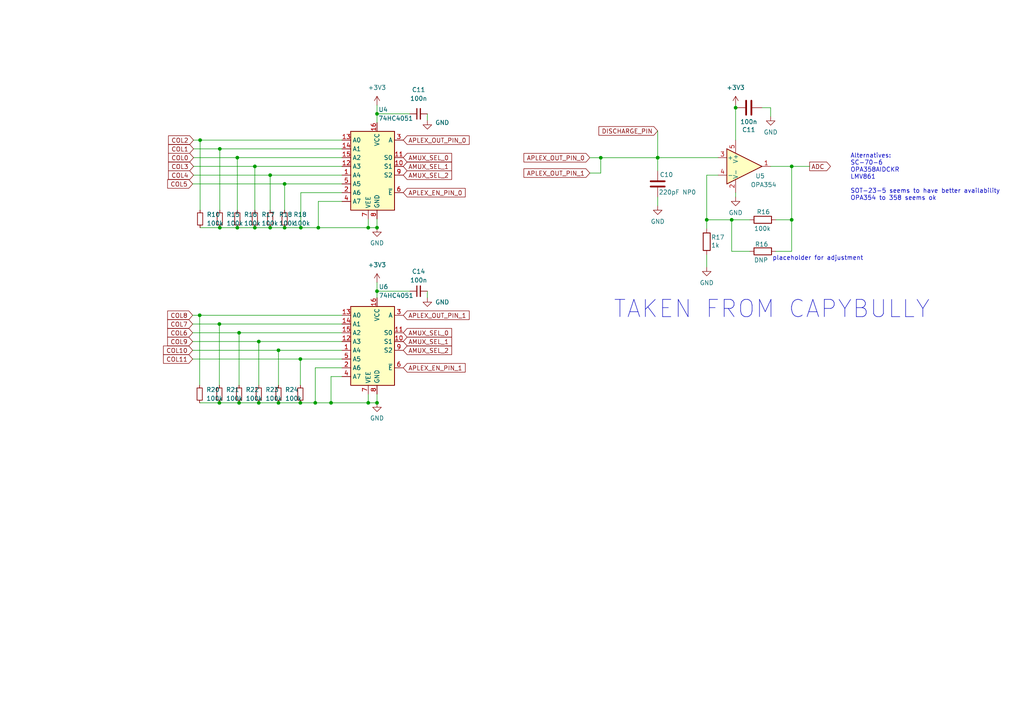
<source format=kicad_sch>
(kicad_sch (version 20230121) (generator eeschema)
  (paper "A4")
  (lib_symbols
    (symbol "74xx:74HC4051"
      (property "Reference" "U" (at -5.08 11.43 0))
      (property "Value" "74HC4051" (at -7.62 -13.97 0))
      (symbol "74HC4051_0_1"
        (rectangle (start -5.08 10.16) (end 7.62 -12.7) (stroke (width 0.254)) (fill (type background)))
      )
      (symbol "74HC4051_1_1"
        (pin passive line (at 10.16 -2.54 180) (length 2.54) (name "A4") (number "1"))
        (pin input line (at -7.62 0 0) (length 2.54) (name "S1") (number "10"))
        (pin input line (at -7.62 2.54 0) (length 2.54) (name "S0") (number "11"))
        (pin passive line (at 10.16 0 180) (length 2.54) (name "A3") (number "12"))
        (pin passive line (at 10.16 7.62 180) (length 2.54) (name "A0") (number "13"))
        (pin passive line (at 10.16 5.08 180) (length 2.54) (name "A1") (number "14"))
        (pin passive line (at 10.16 2.54 180) (length 2.54) (name "A2") (number "15"))
        (pin power_in line (at 0 12.7 270) (length 2.54) (name "VCC") (number "16"))
        (pin passive line (at 10.16 -7.62 180) (length 2.54) (name "A6") (number "2"))
        (pin passive line (at -7.62 7.62 0) (length 2.54) (name "A") (number "3"))
        (pin passive line (at 10.16 -10.16 180) (length 2.54) (name "A7") (number "4"))
        (pin passive line (at 10.16 -5.08 180) (length 2.54) (name "A5") (number "5"))
        (pin input line (at -7.62 -7.62 0) (length 2.54) (name "~{E}") (number "6"))
        (pin power_in line (at 2.54 -15.24 90) (length 2.54) (name "VEE") (number "7"))
        (pin power_in line (at 0 -15.24 90) (length 2.54) (name "GND") (number "8"))
        (pin input line (at -7.62 -2.54 0) (length 2.54) (name "S2") (number "9"))
      )
    )
    (symbol "Amplifier_Operational:OPA340NA" (pin_names (offset 0.127))
      (property "Reference" "U" (at -1.27 6.35 0))
      (property "Value" "OPA340NA" (at -1.27 3.81 0))
      (symbol "OPA340NA_0_1"
        (polyline (pts (xy -5.08 5.08) (xy 5.08 0) (xy -5.08 -5.08) (xy -5.08 5.08)) (stroke (width 0.254)) (fill (type background)))
        (pin power_in line (at -2.54 -7.62 90) (length 3.81) (name "V-") (number "2"))
        (pin power_in line (at -2.54 7.62 270) (length 3.81) (name "V+") (number "5"))
      )
      (symbol "OPA340NA_1_1"
        (pin output line (at 7.62 0 180) (length 2.54) (name "~") (number "1"))
        (pin input line (at -7.62 2.54 0) (length 2.54) (name "+") (number "3"))
        (pin input line (at -7.62 -2.54 0) (length 2.54) (name "-") (number "4"))
      )
    )
    (symbol "Device:C" (pin_numbers hide) (pin_names (offset 0.254))
      (property "Reference" "C" (at 0.635 2.54 0))
      (property "Value" "C" (at 0.635 -2.54 0))
      (symbol "C_0_1"
        (polyline (pts (xy -2.032 -0.762) (xy 2.032 -0.762)) (stroke (width 0.508)))
        (polyline (pts (xy -2.032 0.762) (xy 2.032 0.762)) (stroke (width 0.508)))
      )
      (symbol "C_1_1"
        (pin passive line (at 0 3.81 270) (length 2.794) (name "~") (number "1"))
        (pin passive line (at 0 -3.81 90) (length 2.794) (name "~") (number "2"))
      )
    )
    (symbol "Device:C_Small" (pin_numbers hide) (pin_names (offset 0.254) hide)
      (property "Reference" "C" (at 0.254 1.778 0))
      (property "Value" "C_Small" (at 0.254 -2.032 0))
      (symbol "C_Small_0_1"
        (polyline (pts (xy -1.524 -0.508) (xy 1.524 -0.508)) (stroke (width 0.3302)))
        (polyline (pts (xy -1.524 0.508) (xy 1.524 0.508)) (stroke (width 0.3048)))
      )
      (symbol "C_Small_1_1"
        (pin passive line (at 0 2.54 270) (length 2.032) (name "~") (number "1"))
        (pin passive line (at 0 -2.54 90) (length 2.032) (name "~") (number "2"))
      )
    )
    (symbol "Device:R" (pin_numbers hide) (pin_names (offset 0))
      (property "Reference" "R" (at 2.032 0 90))
      (property "Value" "R" (at 0 0 90))
      (symbol "R_0_1"
        (rectangle (start -1.016 -2.54) (end 1.016 2.54) (stroke (width 0.254)))
      )
      (symbol "R_1_1"
        (pin passive line (at 0 3.81 270) (length 1.27) (name "~") (number "1"))
        (pin passive line (at 0 -3.81 90) (length 1.27) (name "~") (number "2"))
      )
    )
    (symbol "Device:R_Small" (pin_numbers hide) (pin_names (offset 0.254) hide)
      (property "Reference" "R" (at 0.762 0.508 0))
      (property "Value" "R_Small" (at 0.762 -1.016 0))
      (symbol "R_Small_0_1"
        (rectangle (start -0.762 1.778) (end 0.762 -1.778) (stroke (width 0.2032)))
      )
      (symbol "R_Small_1_1"
        (pin passive line (at 0 2.54 270) (length 0.762) (name "~") (number "1"))
        (pin passive line (at 0 -2.54 90) (length 0.762) (name "~") (number "2"))
      )
    )
    (symbol "power:+3.3V" (power) (pin_names (offset 0))
      (property "Value" "+3.3V" (at 0 3.556 0))
      (symbol "+3.3V_0_1"
        (polyline (pts (xy -0.762 1.27) (xy 0 2.54)))
        (polyline (pts (xy 0 0) (xy 0 2.54)))
        (polyline (pts (xy 0 2.54) (xy 0.762 1.27)))
      )
      (symbol "+3.3V_1_1"
        (pin power_in line (at 0 0 90) (length 0) hide (name "+3V3") (number "1"))
      )
    )
    (symbol "power:+3V3" (power) (pin_names (offset 0))
      (property "Value" "+3V3" (at 0 3.556 0))
      (symbol "+3V3_0_1"
        (polyline (pts (xy -0.762 1.27) (xy 0 2.54)))
        (polyline (pts (xy 0 0) (xy 0 2.54)))
        (polyline (pts (xy 0 2.54) (xy 0.762 1.27)))
      )
      (symbol "+3V3_1_1"
        (pin power_in line (at 0 0 90) (length 0) hide (name "+3V3") (number "1"))
      )
    )
    (symbol "power:GND" (power) (pin_names (offset 0))
      (property "Value" "GND" (at 0 -3.81 0))
      (symbol "GND_0_1"
        (polyline (pts (xy 0 0) (xy 0 -1.27) (xy 1.27 -1.27) (xy 0 -2.54) (xy -1.27 -1.27) (xy 0 -1.27)))
      )
      (symbol "GND_1_1"
        (pin power_in line (at 0 0 270) (length 0) hide (name "GND") (number "1"))
      )
    )
  )
  (junction (at 109.347 84.455))
  (junction (at 69.342 116.84))
  (junction (at 82.55 53.34))
  (junction (at 106.807 116.84))
  (junction (at 73.914 48.26))
  (junction (at 213.36 31.242))
  (junction (at 68.834 66.04))
  (junction (at 57.912 91.44))
  (junction (at 75.057 99.06))
  (junction (at 63.627 116.84))
  (junction (at 96.012 116.84))
  (junction (at 78.359 50.8))
  (junction (at 109.347 116.84))
  (junction (at 87.122 104.14))
  (junction (at 109.347 33.02))
  (junction (at 69.342 96.52))
  (junction (at 58.039 40.64))
  (junction (at 63.754 66.04))
  (junction (at 80.772 116.84))
  (junction (at 190.754 45.7493))
  (junction (at 87.249 66.04))
  (junction (at 73.914 66.04))
  (junction (at 78.359 66.04))
  (junction (at 212.217 63.754))
  (junction (at 63.754 43.18))
  (junction (at 63.627 93.98))
  (junction (at 229.616 48.26))
  (junction (at 190.754 45.72))
  (junction (at 68.834 45.72))
  (junction (at 91.44 116.84))
  (junction (at 204.978 63.754))
  (junction (at 80.772 101.6))
  (junction (at 106.807 66.04))
  (junction (at 174.244 45.7493))
  (junction (at 109.347 66.04))
  (junction (at 229.616 63.754))
  (junction (at 87.122 116.84))
  (junction (at 92.329 66.04))
  (junction (at 82.55 66.04))
  (junction (at 75.057 116.84))
  (wire (pts (xy 190.754 45.72) (xy 208.28 45.72)))
  (wire (pts (xy 87.249 66.04) (xy 92.329 66.04)))
  (wire (pts (xy 225.044 72.898) (xy 229.616 72.898)))
  (wire (pts (xy 99.187 109.22) (xy 96.012 109.22)))
  (wire (pts (xy 82.55 66.04) (xy 87.249 66.04)))
  (wire (pts (xy 58.039 40.64) (xy 58.039 60.96)))
  (wire (pts (xy 174.244 50.1943) (xy 174.244 45.7493)))
  (wire (pts (xy 80.772 101.6) (xy 80.772 111.76)))
  (wire (pts (xy 204.978 50.8) (xy 208.28 50.8)))
  (wire (pts (xy 91.44 116.84) (xy 96.012 116.84)))
  (wire (pts (xy 223.52 31.242) (xy 223.52 33.782)))
  (wire (pts (xy 204.978 73.914) (xy 204.978 77.47)))
  (wire (pts (xy 55.88 53.34) (xy 82.55 53.34)))
  (wire (pts (xy 80.772 116.84) (xy 87.122 116.84)))
  (wire (pts (xy 63.627 116.84) (xy 69.342 116.84)))
  (wire (pts (xy 220.98 31.242) (xy 223.52 31.242)))
  (wire (pts (xy 229.616 48.26) (xy 229.616 63.754)))
  (wire (pts (xy 212.217 72.898) (xy 212.217 63.754)))
  (wire (pts (xy 73.914 66.04) (xy 78.359 66.04)))
  (wire (pts (xy 55.88 99.06) (xy 75.057 99.06)))
  (wire (pts (xy 55.88 93.98) (xy 63.627 93.98)))
  (wire (pts (xy 80.772 101.6) (xy 99.187 101.6)))
  (wire (pts (xy 78.359 50.8) (xy 78.359 60.96)))
  (wire (pts (xy 55.88 101.6) (xy 80.772 101.6)))
  (wire (pts (xy 56.134 48.26) (xy 73.914 48.26)))
  (wire (pts (xy 87.122 116.84) (xy 91.44 116.84)))
  (wire (pts (xy 58.039 66.04) (xy 63.754 66.04)))
  (wire (pts (xy 91.44 106.68) (xy 91.44 116.84)))
  (wire (pts (xy 75.057 99.06) (xy 75.057 111.76)))
  (wire (pts (xy 190.754 57.15) (xy 190.754 59.69)))
  (wire (pts (xy 73.914 48.26) (xy 73.914 60.96)))
  (wire (pts (xy 212.217 72.898) (xy 217.424 72.898)))
  (wire (pts (xy 63.754 43.18) (xy 99.187 43.18)))
  (wire (pts (xy 109.347 84.455) (xy 118.872 84.455)))
  (wire (pts (xy 68.834 45.72) (xy 68.834 60.96)))
  (wire (pts (xy 109.347 84.455) (xy 109.347 86.36)))
  (wire (pts (xy 190.754 37.973) (xy 190.754 45.72)))
  (wire (pts (xy 229.616 72.898) (xy 229.616 63.754)))
  (wire (pts (xy 109.347 114.3) (xy 109.347 116.84)))
  (wire (pts (xy 99.187 58.42) (xy 92.329 58.42)))
  (wire (pts (xy 190.754 45.72) (xy 190.754 45.7493)))
  (wire (pts (xy 123.952 86.36) (xy 123.952 84.455)))
  (wire (pts (xy 92.329 58.42) (xy 92.329 66.04)))
  (wire (pts (xy 171.069 45.7493) (xy 174.244 45.7493)))
  (wire (pts (xy 68.834 45.72) (xy 99.187 45.72)))
  (wire (pts (xy 75.057 99.06) (xy 99.187 99.06)))
  (wire (pts (xy 75.057 116.84) (xy 80.772 116.84)))
  (wire (pts (xy 171.069 50.1943) (xy 174.244 50.1943)))
  (wire (pts (xy 68.834 66.04) (xy 73.914 66.04)))
  (wire (pts (xy 204.978 50.8) (xy 204.978 63.754)))
  (wire (pts (xy 56.134 40.64) (xy 58.039 40.64)))
  (wire (pts (xy 213.36 30.48) (xy 213.36 31.242)))
  (wire (pts (xy 56.134 45.72) (xy 68.834 45.72)))
  (wire (pts (xy 69.342 96.52) (xy 99.187 96.52)))
  (wire (pts (xy 174.244 45.7493) (xy 190.754 45.7493)))
  (wire (pts (xy 63.627 93.98) (xy 99.187 93.98)))
  (wire (pts (xy 190.754 45.7493) (xy 190.754 49.53)))
  (wire (pts (xy 99.187 55.88) (xy 87.249 55.88)))
  (wire (pts (xy 55.88 104.14) (xy 87.122 104.14)))
  (wire (pts (xy 78.359 50.8) (xy 99.187 50.8)))
  (wire (pts (xy 73.914 48.26) (xy 99.187 48.26)))
  (wire (pts (xy 109.347 81.915) (xy 109.347 84.455)))
  (wire (pts (xy 82.55 53.34) (xy 99.187 53.34)))
  (wire (pts (xy 91.44 106.68) (xy 99.187 106.68)))
  (wire (pts (xy 106.807 63.5) (xy 106.807 66.04)))
  (wire (pts (xy 225.044 63.754) (xy 229.616 63.754)))
  (wire (pts (xy 106.807 66.04) (xy 109.347 66.04)))
  (wire (pts (xy 57.912 116.84) (xy 63.627 116.84)))
  (wire (pts (xy 106.807 116.84) (xy 109.347 116.84)))
  (wire (pts (xy 109.347 33.02) (xy 109.347 35.56)))
  (wire (pts (xy 229.616 48.26) (xy 223.52 48.26)))
  (wire (pts (xy 212.217 63.754) (xy 217.424 63.754)))
  (wire (pts (xy 58.039 40.64) (xy 99.187 40.64)))
  (wire (pts (xy 204.978 63.754) (xy 204.978 66.294)))
  (wire (pts (xy 82.55 53.34) (xy 82.55 60.96)))
  (wire (pts (xy 96.012 109.22) (xy 96.012 116.84)))
  (wire (pts (xy 55.88 91.44) (xy 57.912 91.44)))
  (wire (pts (xy 213.36 55.88) (xy 213.36 57.15)))
  (wire (pts (xy 213.36 31.242) (xy 213.36 40.64)))
  (wire (pts (xy 87.122 104.14) (xy 87.122 111.76)))
  (wire (pts (xy 63.627 111.76) (xy 63.627 93.98)))
  (wire (pts (xy 229.616 48.26) (xy 234.823 48.26)))
  (wire (pts (xy 87.249 55.88) (xy 87.249 66.04)))
  (wire (pts (xy 56.134 43.18) (xy 63.754 43.18)))
  (wire (pts (xy 204.978 63.754) (xy 212.217 63.754)))
  (wire (pts (xy 63.754 43.18) (xy 63.754 60.96)))
  (wire (pts (xy 92.329 66.04) (xy 106.807 66.04)))
  (wire (pts (xy 106.807 114.3) (xy 106.807 116.84)))
  (wire (pts (xy 69.342 116.84) (xy 75.057 116.84)))
  (wire (pts (xy 109.347 30.48) (xy 109.347 33.02)))
  (wire (pts (xy 123.952 34.925) (xy 123.952 33.02)))
  (wire (pts (xy 96.012 116.84) (xy 106.807 116.84)))
  (wire (pts (xy 69.342 96.52) (xy 69.342 111.76)))
  (wire (pts (xy 56.134 50.8) (xy 78.359 50.8)))
  (wire (pts (xy 78.359 66.04) (xy 82.55 66.04)))
  (wire (pts (xy 109.347 33.02) (xy 118.872 33.02)))
  (wire (pts (xy 63.754 66.04) (xy 68.834 66.04)))
  (wire (pts (xy 87.122 104.14) (xy 99.187 104.14)))
  (wire (pts (xy 55.88 96.52) (xy 69.342 96.52)))
  (wire (pts (xy 57.912 111.76) (xy 57.912 91.44)))
  (wire (pts (xy 109.347 63.5) (xy 109.347 66.04)))
  (wire (pts (xy 57.912 91.44) (xy 99.187 91.44)))
  (text "Alternatives:\nSC-70-6  \nOPA358AIDCKR\nLMV861\n\nSOT-23-5 seems to have better availability\nOPA354 to 358 seems ok\n" (at 246.634 58.293 0) (effects (font (size 1.27 1.27)) (justify left bottom)))
  (text "placeholder for adjustment" (at 224.028 75.692 0) (effects (font (size 1.27 1.27)) (justify left bottom)))
  (text "TAKEN FROM CAPYBULLY" (at 177.8 92.71 0) (effects (font (size 5 5)) (justify left bottom)))
  (global_label "COL6" (shape input) (at 55.88 96.52 180) (property "Intersheetrefs" "${INTERSHEET_REFS}" (effects hide)))
  (global_label "APLEX_EN_PIN_1" (shape input) (at 116.967 106.68 0) (property "Intersheetrefs" "${INTERSHEET_REFS}" (effects hide)))
  (global_label "COL7" (shape input) (at 55.88 93.98 180) (property "Intersheetrefs" "${INTERSHEET_REFS}" (effects hide)))
  (global_label "AMUX_SEL_0" (shape input) (at 116.967 45.72 0) (property "Intersheetrefs" "${INTERSHEET_REFS}" (effects hide)))
  (global_label "APLEX_OUT_PIN_1" (shape input) (at 116.967 91.44 0) (property "Intersheetrefs" "${INTERSHEET_REFS}" (effects hide)))
  (global_label "AMUX_SEL_2" (shape input) (at 116.967 101.6 0) (property "Intersheetrefs" "${INTERSHEET_REFS}" (effects hide)))
  (global_label "APLEX_OUT_PIN_0" (shape input) (at 116.967 40.64 0) (property "Intersheetrefs" "${INTERSHEET_REFS}" (effects hide)))
  (global_label "COL2" (shape input) (at 56.134 40.64 180) (property "Intersheetrefs" "${INTERSHEET_REFS}" (effects hide)))
  (global_label "AMUX_SEL_2" (shape input) (at 116.967 50.8 0) (property "Intersheetrefs" "${INTERSHEET_REFS}" (effects hide)))
  (global_label "COL10" (shape input) (at 55.88 101.6 180) (property "Intersheetrefs" "${INTERSHEET_REFS}" (effects hide)))
  (global_label "APLEX_OUT_PIN_0" (shape input) (at 171.069 45.7493 180) (property "Intersheetrefs" "${INTERSHEET_REFS}" (effects hide)))
  (global_label "APLEX_OUT_PIN_1" (shape input) (at 171.069 50.1943 180) (property "Intersheetrefs" "${INTERSHEET_REFS}" (effects hide)))
  (global_label "COL4" (shape input) (at 56.134 50.8 180) (property "Intersheetrefs" "${INTERSHEET_REFS}" (effects hide)))
  (global_label "AMUX_SEL_1" (shape input) (at 116.967 48.26 0) (property "Intersheetrefs" "${INTERSHEET_REFS}" (effects hide)))
  (global_label "COL9" (shape input) (at 55.88 99.06 180) (property "Intersheetrefs" "${INTERSHEET_REFS}" (effects hide)))
  (global_label "COL11" (shape input) (at 55.88 104.14 180) (property "Intersheetrefs" "${INTERSHEET_REFS}" (effects hide)))
  (global_label "COL5" (shape input) (at 55.88 53.34 180) (property "Intersheetrefs" "${INTERSHEET_REFS}" (effects hide)))
  (global_label "COL0" (shape input) (at 56.134 45.72 180) (property "Intersheetrefs" "${INTERSHEET_REFS}" (effects hide)))
  (global_label "APLEX_EN_PIN_0" (shape input) (at 116.967 55.88 0) (property "Intersheetrefs" "${INTERSHEET_REFS}" (effects hide)))
  (global_label "DISCHARGE_PIN" (shape input) (at 190.754 37.973 180) (property "Intersheetrefs" "${INTERSHEET_REFS}" (effects hide)))
  (global_label "AMUX_SEL_1" (shape input) (at 116.967 99.06 0) (property "Intersheetrefs" "${INTERSHEET_REFS}" (effects hide)))
  (global_label "COL3" (shape input) (at 56.134 48.26 180) (property "Intersheetrefs" "${INTERSHEET_REFS}" (effects hide)))
  (global_label "COL1" (shape input) (at 56.134 43.18 180) (property "Intersheetrefs" "${INTERSHEET_REFS}" (effects hide)))
  (global_label "COL8" (shape input) (at 55.88 91.44 180) (property "Intersheetrefs" "${INTERSHEET_REFS}" (effects hide)))
  (global_label "AMUX_SEL_0" (shape input) (at 116.967 96.52 0) (property "Intersheetrefs" "${INTERSHEET_REFS}" (effects hide)))
  (global_label "ADC" (shape output) (at 234.823 48.26 0) (property "Intersheetrefs" "${INTERSHEET_REFS}" (effects hide)))
  (symbol (lib_id "74xx:74HC4051") (at 109.347 48.26 0) (mirror y) (unit 1)
    (property "Reference" "U4" (at 109.7486 31.7994 0) (effects (justify right)))
    (property "Value" "74HC4051" (at 109.7486 34.3394 0) (effects (justify right)))
    (property "Footprint" "cipulot_parts:TSSOP16" (effects hide))
    (property "Datasheet" "http://www.ti.com/lit/ds/symlink/cd74hc4051.pdf" (effects hide))
    (instances (project "the-nicholas-van" (path "" (reference "U4") (unit 1))) (project "Analog" (path "" (reference "U4") (unit 1))) (project "travaulta prototype" (path "" (reference "U4") (unit 1))) (project "forti EC" (path "" (reference "U5") (unit 1))))
  )
  (symbol (lib_id "Device:R") (at 204.978 70.104 0) (unit 1)
    (property "Reference" "R17" (at 206.248 68.834 0) (effects (justify left)))
    (property "Value" "1k" (at 206.248 71.1454 0) (effects (justify left)))
    (property "Footprint" "Resistor_SMD:R_0402_1005Metric" (effects hide))
    (property "LCSC" "C11702" (effects hide))
    (instances (project "analog" (path "" (reference "R17") (unit 1))) (project "capybully" (path "" (reference "R16") (unit 1))) (project "le_capybara" (path "" (reference "R15") (unit 1))) (project "EC60-Rev_1_1" (path "" (reference "R17") (unit 1))) (project "forti EC" (path "" (reference "R23") (unit 1))))
  )
  (symbol (lib_id "power:+3V3") (at 109.347 30.48 0) (unit 1)
    (property "Reference" "#PWR09" (effects hide))
    (property "Value" "+3V3" (at 109.347 25.4 0))
    (instances (project "the-nicholas-van" (path "" (reference "#PWR09") (unit 1))) (project "Analog" (path "" (reference "#PWR0138") (unit 1))) (project "travaulta prototype" (path "" (reference "#PWR0138") (unit 1))) (project "forti EC" (path "" (reference "#PWR031") (unit 1))))
  )
  (symbol (lib_id "Device:R_Small") (at 75.057 114.3 0) (unit 1)
    (property "Reference" "R23" (at 76.962 113.0299 0) (effects (justify left)))
    (property "Value" "100k" (at 76.962 115.5699 0) (effects (justify left)))
    (property "Footprint" "Resistor_SMD:R_0402_1005Metric" (effects hide))
    (instances (project "the-nicholas-van" (path "" (reference "R23") (unit 1))) (project "Analog" (path "" (reference "R14") (unit 1))) (project "travaulta prototype" (path "" (reference "R14") (unit 1))) (project "forti EC" (path "" (reference "R14") (unit 1))))
  )
  (symbol (lib_id "Device:R_Small") (at 58.039 63.5 0) (unit 1)
    (property "Reference" "R10" (at 59.944 62.2299 0) (effects (justify left)))
    (property "Value" "100k" (at 59.944 64.7699 0) (effects (justify left)))
    (property "Footprint" "Resistor_SMD:R_0402_1005Metric" (effects hide))
    (instances (project "the-nicholas-van" (path "" (reference "R10") (unit 1))) (project "Analog" (path "" (reference "R11") (unit 1))) (project "travaulta prototype" (path "" (reference "R11") (unit 1))) (project "forti EC" (path "" (reference "R4") (unit 1))))
  )
  (symbol (lib_id "Device:R_Small") (at 69.342 114.3 0) (unit 1)
    (property "Reference" "R22" (at 71.247 113.0299 0) (effects (justify left)))
    (property "Value" "100k" (at 71.247 115.5699 0) (effects (justify left)))
    (property "Footprint" "Resistor_SMD:R_0402_1005Metric" (effects hide))
    (instances (project "the-nicholas-van" (path "" (reference "R22") (unit 1))) (project "Analog" (path "" (reference "R12") (unit 1))) (project "travaulta prototype" (path "" (reference "R12") (unit 1))) (project "forti EC" (path "" (reference "R13") (unit 1))))
  )
  (symbol (lib_id "Device:C") (at 190.754 53.34 0) (unit 1)
    (property "Reference" "C10" (at 193.294 50.673 0))
    (property "Value" "220pF NP0" (at 196.469 55.753 0))
    (property "Footprint" "Capacitor_SMD:C_0402_1005Metric" (effects hide))
    (property "LCSC" "C1530" (effects hide))
    (instances (project "analog" (path "" (reference "C10") (unit 1))) (project "capybully" (path "" (reference "C13") (unit 1))) (project "le_capybara" (path "" (reference "C14") (unit 1))) (project "EC60-Rev_1_1" (path "" (reference "C10") (unit 1))) (project "forti EC" (path "" (reference "C4") (unit 1))))
  )
  (symbol (lib_id "Device:C_Small") (at 121.412 84.455 90) (unit 1)
    (property "Reference" "C14" (at 121.4183 78.74 90))
    (property "Value" "100n" (at 121.4183 81.28 90))
    (property "Footprint" "Capacitor_SMD:C_0402_1005Metric" (effects hide))
    (instances (project "the-nicholas-van" (path "" (reference "C14") (unit 1))) (project "Analog" (path "" (reference "C12") (unit 1))) (project "travaulta prototype" (path "" (reference "C12") (unit 1))) (project "forti EC" (path "" (reference "C15") (unit 1))))
  )
  (symbol (lib_id "Device:R_Small") (at 68.834 63.5 0) (unit 1)
    (property "Reference" "R16" (at 70.739 62.2299 0) (effects (justify left)))
    (property "Value" "100k" (at 70.739 64.7699 0) (effects (justify left)))
    (property "Footprint" "Resistor_SMD:R_0402_1005Metric" (effects hide))
    (instances (project "the-nicholas-van" (path "" (reference "R16") (unit 1))) (project "Analog" (path "" (reference "R15") (unit 1))) (project "travaulta prototype" (path "" (reference "R15") (unit 1))) (project "forti EC" (path "" (reference "R7") (unit 1))))
  )
  (symbol (lib_id "Device:R") (at 221.234 63.754 270) (unit 1)
    (property "Reference" "R16" (at 219.456 61.468 90) (effects (justify left)))
    (property "Value" "100k" (at 218.694 66.294 90) (effects (justify left)))
    (property "Footprint" "Resistor_SMD:R_0402_1005Metric" (effects hide))
    (property "LCSC" "C25741" (effects hide))
    (instances (project "analog" (path "" (reference "R16") (unit 1))) (project "capybully" (path "" (reference "R15") (unit 1))) (project "le_capybara" (path "" (reference "R6") (unit 1))) (project "EC60-Rev_1_1" (path "" (reference "R16") (unit 1))) (project "forti EC" (path "" (reference "R6") (unit 1))))
  )
  (symbol (lib_id "Device:R_Small") (at 80.772 114.3 0) (unit 1)
    (property "Reference" "R24" (at 82.677 113.0299 0) (effects (justify left)))
    (property "Value" "100k" (at 82.677 115.5699 0) (effects (justify left)))
    (property "Footprint" "Resistor_SMD:R_0402_1005Metric" (effects hide))
    (instances (project "the-nicholas-van" (path "" (reference "R24") (unit 1))) (project "Analog" (path "" (reference "R16") (unit 1))) (project "travaulta prototype" (path "" (reference "R16") (unit 1))) (project "forti EC" (path "" (reference "R15") (unit 1))))
  )
  (symbol (lib_id "Device:R_Small") (at 73.914 63.5 0) (unit 1)
    (property "Reference" "R17" (at 75.819 62.23 0) (effects (justify left)))
    (property "Value" "100k" (at 75.819 64.7699 0) (effects (justify left)))
    (property "Footprint" "Resistor_SMD:R_0402_1005Metric" (effects hide))
    (instances (project "the-nicholas-van" (path "" (reference "R17") (unit 1))) (project "Analog" (path "" (reference "R17") (unit 1))) (project "travaulta prototype" (path "" (reference "R17") (unit 1))) (project "forti EC" (path "" (reference "R8") (unit 1))))
  )
  (symbol (lib_id "Device:R") (at 221.234 72.898 270) (unit 1) (in_bom no)
    (property "Reference" "R16" (at 218.948 70.866 90) (effects (justify left)))
    (property "Value" "DNP" (at 218.694 75.438 90) (effects (justify left)))
    (property "Footprint" "Resistor_SMD:R_0402_1005Metric" (effects hide))
    (instances (project "analog" (path "" (reference "R16") (unit 1))) (project "capybully" (path "" (reference "R17") (unit 1))) (project "le_capybara" (path "" (reference "R18") (unit 1))) (project "EC60-Rev_1_1" (path "" (reference "R16") (unit 1))) (project "forti EC" (path "" (reference "R26") (unit 1))))
  )
  (symbol (lib_id "Device:C_Small") (at 121.412 33.02 90) (unit 1)
    (property "Reference" "C11" (at 121.4183 26.035 90))
    (property "Value" "100n" (at 121.4183 28.575 90))
    (property "Footprint" "Capacitor_SMD:C_0402_1005Metric" (effects hide))
    (instances (project "the-nicholas-van" (path "" (reference "C11") (unit 1))) (project "Analog" (path "" (reference "C13") (unit 1))) (project "travaulta prototype" (path "" (reference "C13") (unit 1))) (project "forti EC" (path "" (reference "C10") (unit 1))))
  )
  (symbol (lib_id "74xx:74HC4051") (at 109.347 99.06 0) (mirror y) (unit 1)
    (property "Reference" "U6" (at 109.8676 83.185 0) (effects (justify right)))
    (property "Value" "74HC4051" (at 109.8676 85.725 0) (effects (justify right)))
    (property "Footprint" "cipulot_parts:TSSOP16" (effects hide))
    (property "Datasheet" "http://www.ti.com/lit/ds/symlink/cd74hc4051.pdf" (effects hide))
    (instances (project "the-nicholas-van" (path "" (reference "U6") (unit 1))) (project "Analog" (path "" (reference "U3") (unit 1))) (project "travaulta prototype" (path "" (reference "U3") (unit 1))) (project "forti EC" (path "" (reference "U7") (unit 1))))
  )
  (symbol (lib_id "Device:R_Small") (at 57.912 114.3 0) (unit 1)
    (property "Reference" "R20" (at 59.817 113.03 0) (effects (justify left)))
    (property "Value" "100k" (at 59.817 115.5699 0) (effects (justify left)))
    (property "Footprint" "Resistor_SMD:R_0402_1005Metric" (effects hide))
    (instances (project "the-nicholas-van" (path "" (reference "R20") (unit 1))) (project "Analog" (path "" (reference "R20") (unit 1))) (project "travaulta prototype" (path "" (reference "R20") (unit 1))) (project "forti EC" (path "" (reference "R11") (unit 1))))
  )
  (symbol (lib_id "power:GND") (at 213.36 57.15 0) (unit 1)
    (property "Reference" "#PWR041" (effects hide))
    (property "Value" "GND" (at 213.36 61.7125 0))
    (instances (project "analog" (path "" (reference "#PWR041") (unit 1))) (project "capybully" (path "" (reference "#PWR019") (unit 1))) (project "le_capybara" (path "" (reference "#PWR028") (unit 1))) (project "EC60-Rev_1_1" (path "" (reference "#PWR041") (unit 1))) (project "forti EC" (path "" (reference "#PWR026") (unit 1))))
  )
  (symbol (lib_id "power:GND") (at 204.978 77.47 0) (unit 1)
    (property "Reference" "#PWR041" (effects hide))
    (property "Value" "GND" (at 204.978 82.0325 0))
    (instances (project "analog" (path "" (reference "#PWR041") (unit 1))) (project "capybully" (path "" (reference "#PWR023") (unit 1))) (project "le_capybara" (path "" (reference "#PWR032") (unit 1))) (project "EC60-Rev_1_1" (path "" (reference "#PWR041") (unit 1))) (project "forti EC" (path "" (reference "#PWR028") (unit 1))))
  )
  (symbol (lib_id "Device:R_Small") (at 63.627 114.3 0) (unit 1)
    (property "Reference" "R21" (at 65.532 113.0299 0) (effects (justify left)))
    (property "Value" "100k" (at 65.532 115.5699 0) (effects (justify left)))
    (property "Footprint" "Resistor_SMD:R_0402_1005Metric" (effects hide))
    (instances (project "the-nicholas-van" (path "" (reference "R21") (unit 1))) (project "Analog" (path "" (reference "R10") (unit 1))) (project "travaulta prototype" (path "" (reference "R10") (unit 1))) (project "forti EC" (path "" (reference "R12") (unit 1))))
  )
  (symbol (lib_id "power:GND") (at 223.52 33.782 0) (unit 1)
    (property "Reference" "#PWR039" (effects hide))
    (property "Value" "GND" (at 223.52 38.3445 0))
    (instances (project "analog" (path "" (reference "#PWR039") (unit 1))) (project "capybully" (path "" (reference "#PWR018") (unit 1))) (project "le_capybara" (path "" (reference "#PWR030") (unit 1))) (project "EC60-Rev_1_1" (path "" (reference "#PWR039") (unit 1))) (project "forti EC" (path "" (reference "#PWR025") (unit 1))))
  )
  (symbol (lib_id "Device:C") (at 217.17 31.242 270) (mirror x) (unit 1)
    (property "Reference" "C11" (at 217.17 37.6428 90))
    (property "Value" "100n" (at 217.17 35.3314 90))
    (property "Footprint" "Capacitor_SMD:C_0402_1005Metric" (effects hide))
    (property "LCSC" "C307331" (effects hide))
    (instances (project "analog" (path "" (reference "C11") (unit 1))) (project "capybully" (path "" (reference "C12") (unit 1))) (project "le_capybara" (path "" (reference "C15") (unit 1))) (project "EC60-Rev_1_1" (path "" (reference "C11") (unit 1))) (project "forti EC" (path "" (reference "C3") (unit 1))))
  )
  (symbol (lib_id "power:+3V3") (at 109.347 81.915 0) (unit 1)
    (property "Reference" "#PWR040" (effects hide))
    (property "Value" "+3V3" (at 109.347 76.835 0))
    (instances (project "the-nicholas-van" (path "" (reference "#PWR040") (unit 1))) (project "Analog" (path "" (reference "#PWR0137") (unit 1))) (project "travaulta prototype" (path "" (reference "#PWR0137") (unit 1))) (project "forti EC" (path "" (reference "#PWR039") (unit 1))))
  )
  (symbol (lib_id "Device:R_Small") (at 82.55 63.5 0) (unit 1)
    (property "Reference" "R18" (at 85.09 62.23 0) (effects (justify left)))
    (property "Value" "100k" (at 85.09 64.77 0) (effects (justify left)))
    (property "Footprint" "Resistor_SMD:R_0402_1005Metric" (effects hide))
    (instances (project "the-nicholas-van" (path "" (reference "R18") (unit 1))) (project "Analog" (path "" (reference "R19") (unit 1))) (project "travaulta prototype" (path "" (reference "R19") (unit 1))) (project "forti EC" (path "" (reference "R18") (unit 1))))
  )
  (symbol (lib_id "power:GND") (at 123.952 34.925 0) (unit 1)
    (property "Reference" "#PWR010" (effects hide))
    (property "Value" "GND" (at 128.27 35.56 0))
    (instances (project "the-nicholas-van" (path "" (reference "#PWR010") (unit 1))) (project "Analog" (path "" (reference "#PWR0139") (unit 1))) (project "travaulta prototype" (path "" (reference "#PWR0139") (unit 1))) (project "forti EC" (path "" (reference "#PWR032") (unit 1))))
  )
  (symbol (lib_id "power:GND") (at 109.347 116.84 0) (unit 1)
    (property "Reference" "#PWR044" (effects hide))
    (property "Value" "GND" (at 109.347 121.285 0))
    (instances (project "the-nicholas-van" (path "" (reference "#PWR044") (unit 1))) (project "Analog" (path "" (reference "#PWR0134") (unit 1))) (project "travaulta prototype" (path "" (reference "#PWR0134") (unit 1))) (project "forti EC" (path "" (reference "#PWR041") (unit 1))))
  )
  (symbol (lib_id "power:GND") (at 109.347 66.04 0) (unit 1)
    (property "Reference" "#PWR026" (effects hide))
    (property "Value" "GND" (at 109.347 70.485 0))
    (instances (project "the-nicholas-van" (path "" (reference "#PWR026") (unit 1))) (project "Analog" (path "" (reference "#PWR0136") (unit 1))) (project "travaulta prototype" (path "" (reference "#PWR0136") (unit 1))) (project "forti EC" (path "" (reference "#PWR036") (unit 1))))
  )
  (symbol (lib_id "power:GND") (at 190.754 59.69 0) (unit 1)
    (property "Reference" "#PWR037" (effects hide))
    (property "Value" "GND" (at 190.754 64.2525 0))
    (instances (project "analog" (path "" (reference "#PWR037") (unit 1))) (project "capybully" (path "" (reference "#PWR020") (unit 1))) (project "le_capybara" (path "" (reference "#PWR029") (unit 1))) (project "EC60-Rev_1_1" (path "" (reference "#PWR037") (unit 1))) (project "forti EC" (path "" (reference "#PWR027") (unit 1))))
  )
  (symbol (lib_id "power:GND") (at 123.952 86.36 0) (unit 1)
    (property "Reference" "#PWR041" (effects hide))
    (property "Value" "GND" (at 128.27 87.63 0))
    (instances (project "the-nicholas-van" (path "" (reference "#PWR041") (unit 1))) (project "Analog" (path "" (reference "#PWR0135") (unit 1))) (project "travaulta prototype" (path "" (reference "#PWR0135") (unit 1))) (project "forti EC" (path "" (reference "#PWR040") (unit 1))))
  )
  (symbol (lib_id "Device:R_Small") (at 78.359 63.5 0) (unit 1)
    (property "Reference" "R18" (at 80.899 62.23 0) (effects (justify left)))
    (property "Value" "100k" (at 80.899 64.77 0) (effects (justify left)))
    (property "Footprint" "Resistor_SMD:R_0402_1005Metric" (effects hide))
    (instances (project "the-nicholas-van" (path "" (reference "R18") (unit 1))) (project "Analog" (path "" (reference "R19") (unit 1))) (project "travaulta prototype" (path "" (reference "R19") (unit 1))) (project "forti EC" (path "" (reference "R9") (unit 1))))
  )
  (symbol (lib_id "Device:R_Small") (at 87.122 114.3 0) (unit 1)
    (property "Reference" "R25" (effects hide))
    (property "Value" "100k" (effects hide))
    (property "Footprint" "Resistor_SMD:R_0402_1005Metric" (effects hide))
    (instances (project "the-nicholas-van" (path "" (reference "R25") (unit 1))) (project "Analog" (path "" (reference "R1") (unit 1))) (project "travaulta prototype" (path "" (reference "R5") (unit 1))) (project "forti EC" (path "" (reference "R16") (unit 1))))
  )
  (symbol (lib_id "power:+3.3V") (at 213.36 30.48 0) (unit 1)
    (property "Reference" "#PWR042" (effects hide))
    (property "Value" "+3.3V" (at 213.36 25.4 0))
    (instances (project "analog" (path "" (reference "#PWR042") (unit 1))) (project "capybully" (path "" (reference "#PWR017") (unit 1))) (project "le_capybara" (path "" (reference "#PWR033") (unit 1))) (project "EC60-Rev_1_1" (path "" (reference "#PWR042") (unit 1))) (project "forti EC" (path "" (reference "#PWR016") (unit 1))))
  )
  (symbol (lib_id "Amplifier_Operational:OPA340NA") (at 215.9 48.26 0) (unit 1)
    (property "Reference" "U5" (at 220.472 51.054 0))
    (property "Value" "OPA354" (at 221.488 53.594 0))
    (property "Footprint" "Package_TO_SOT_SMD:SOT-23-5" (effects hide))
    (property "Datasheet" "https://www.ti.com/general/docs/suppproductinfo.tsp?distId=10&gotoUrl=https%3A%2F%2Fwww.ti.com%2Flit%2Fgpn%2Fopa356" (effects hide))
    (instances (project "capybully" (path "" (reference "U5") (unit 1))) (project "le_capybara" (path "" (reference "U5") (unit 1))) (project "forti EC" (path "" (reference "U3") (unit 1))))
  )
  (symbol (lib_id "Device:R_Small") (at 63.754 63.5 0) (unit 1)
    (property "Reference" "R15" (at 65.659 62.2299 0) (effects (justify left)))
    (property "Value" "100k" (at 65.659 64.7699 0) (effects (justify left)))
    (property "Footprint" "Resistor_SMD:R_0402_1005Metric" (effects hide))
    (instances (project "the-nicholas-van" (path "" (reference "R15") (unit 1))) (project "Analog" (path "" (reference "R13") (unit 1))) (project "travaulta prototype" (path "" (reference "R13") (unit 1))) (project "forti EC" (path "" (reference "R5") (unit 1))))
  )
)
</source>
